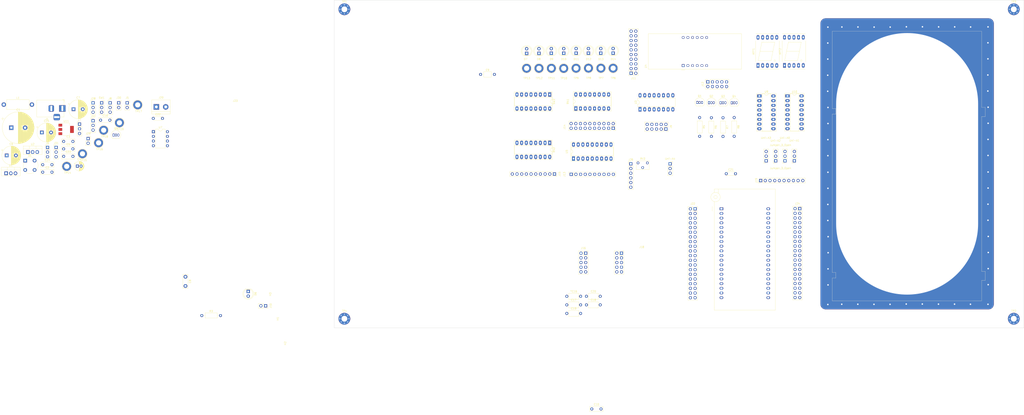
<source format=kicad_pcb>
(kicad_pcb (version 20211014) (generator pcbnew)
  (layers (0 "F.Cu" signal) (31 "B.Cu" signal) (34 "B.Paste" user) (35 "F.Paste" user) (36 "B.SilkS" user "B.Silkscreen") (37 "F.SilkS" user "F.Silkscreen") (38 "B.Mask" user) (39 "F.Mask" user) (44 "Edge.Cuts" user))
  (net 0 "")
  (net 1 "Net-(AFF1-Pad1)")
  (net 2 "Net-(AFF1-Pad2)")
  (net 3 "Net-(AFF1-Pad4)")
  (net 5 "Net-(AFF1-Pad6)")
  (net 6 "Net-(AFF1-Pad7)")
  (net 8 "Net-(AFF1-Pad9)")
  (net 9 "Net-(AFF1-Pad10)")
  (net 10 "Net-(AFF2-Pad1)")
  (net 11 "Net-(AFF2-Pad2)")
  (net 12 "Net-(AFF2-Pad4)")
  (net 14 "Net-(AFF2-Pad6)")
  (net 15 "Net-(AFF2-Pad7)")
  (net 17 "Net-(AFF2-Pad9)")
  (net 18 "Net-(AFF2-Pad10)")
  (net 19 "VCC")
  (net 20 "Net-(D1-Pad1)")
  (net 21 "Net-(D1-Pad3)")
  (net 22 "Net-(D1-Pad4)")
  (net 23 "Net-(D6-Pad2)")
  (net 24 "Net-(D7-Pad1)")
  (net 25 "Net-(D8-Pad1)")
  (net 26 "Net-(D9-Pad1)")
  (net 27 "Net-(D10-Pad1)")
  (net 28 "Net-(D11-Pad1)")
  (net 29 "Net-(D12-Pad1)")
  (net 30 "Net-(D13-Pad1)")
  (net 31 "Net-(D14-Pad1)")
  (net 32 "Net-(J4-Pad2)")
  (net 33 "Net-(J13-Pad9)")
  (net 34 "Net-(J13-Pad2)")
  (net 35 "Net-(J13-Pad3)")
  (net 36 "Net-(J13-Pad4)")
  (net 37 "Net-(J13-Pad5)")
  (net 38 "Net-(J13-Pad6)")
  (net 39 "Net-(J13-Pad7)")
  (net 40 "Net-(J13-Pad8)")
  (net 41 "Net-(J19-Pad1)")
  (net 42 "Net-(J19-Pad2)")
  (net 43 "Net-(J19-Pad3)")
  (net 44 "Net-(J19-Pad4)")
  (net 45 "Net-(J19-Pad5)")
  (net 46 "Net-(J19-Pad6)")
  (net 47 "Net-(J19-Pad7)")
  (net 48 "Net-(J19-Pad8)")
  (net 49 "Net-(J19-Pad9)")
  (net 50 "Net-(J19-Pad10)")
  (net 51 "Net-(Q1-Pad2)")
  (net 52 "Net-(Q2-Pad2)")
  (net 53 "Net-(Q3-Pad2)")
  (net 54 "Net-(Q4-Pad2)")
  (net 55 "Net-(J9-Pad5)")
  (net 56 "Net-(J9-Pad4)")
  (net 57 "Net-(J9-Pad3)")
  (net 58 "Net-(J9-Pad2)")
  (net 59 "Net-(J14-Pad12)")
  (net 60 "Net-(J14-Pad13)")
  (net 61 "Net-(J14-Pad14)")
  (net 62 "Net-(J14-Pad15)")
  (net 63 "Net-(J14-Pad16)")
  (net 64 "Net-(J14-Pad17)")
  (net 65 "Net-(J14-Pad18)")
  (net 66 "Net-(J14-Pad19)")
  (net 67 "Net-(J15-Pad2)")
  (net 68 "Net-(J15-Pad3)")
  (net 69 "Net-(J15-Pad4)")
  (net 70 "Net-(J15-Pad5)")
  (net 71 "Net-(J15-Pad6)")
  (net 72 "Net-(J15-Pad7)")
  (net 73 "Net-(J15-Pad8)")
  (net 75 "Net-(C4-Pad1)")
  (net 76 "/Alimentazione/+Vvar")
  (net 77 "Net-(J11-Pad16)")
  (net 78 "Net-(J11-Pad13)")
  (net 79 "Net-(J11-Pad14)")
  (net 80 "Net-(J12-Pad8)")
  (net 81 "Net-(J11-Pad20)")
  (net 82 "Net-(J14-Pad10)")
  (net 83 "Net-(J14-Pad3)")
  (net 84 "Net-(J14-Pad4)")
  (net 85 "Net-(J14-Pad5)")
  (net 86 "Net-(J14-Pad6)")
  (net 87 "Net-(J14-Pad7)")
  (net 88 "Net-(J14-Pad8)")
  (net 89 "Net-(J14-Pad9)")
  (net 90 "Net-(RV3-Pad2)")
  (net 91 "/Gen_Clock/Clock")
  (net 93 "Net-(C15-Pad1)")
  (net 94 "Net-(R15-Pad2)")
  (net 95 "Net-(J26-Pad4)")
  (net 96 "Net-(R16-Pad2)")
  (net 98 "Net-(U10-Pad5)")
  (net 99 "GNDA")
  (net 100 "Net-(J23-Pad21)")
  (net 101 "Net-(J23-Pad22)")
  (net 102 "Net-(J23-Pad23)")
  (net 103 "Net-(J23-Pad24)")
  (net 104 "Net-(J23-Pad25)")
  (net 105 "Net-(J23-Pad26)")
  (net 106 "Net-(J23-Pad27)")
  (net 107 "Net-(J23-Pad28)")
  (net 108 "Net-(J23-Pad29)")
  (net 109 "Net-(J23-Pad30)")
  (net 110 "Net-(J23-Pad31)")
  (net 111 "Net-(J23-Pad32)")
  (net 112 "Net-(J23-Pad33)")
  (net 113 "Net-(J23-Pad34)")
  (net 114 "Net-(J23-Pad35)")
  (net 115 "Net-(J23-Pad36)")
  (net 116 "Net-(J23-Pad37)")
  (net 117 "Net-(J23-Pad38)")
  (net 118 "Net-(J23-Pad39)")
  (net 119 "Net-(J23-Pad40)")
  (net 120 "Net-(J9-Pad6)")
  (net 121 "Net-(J9-Pad7)")
  (net 122 "Net-(J9-Pad8)")
  (net 123 "Net-(J9-Pad9)")
  (net 124 "Net-(J9-Pad10)")
  (net 125 "/Pulse_2/Pulse+")
  (net 126 "/Pulse_2/Pulse-")
  (net 127 "/Gen_fronti/OUT+")
  (net 128 "/Gen_fronti/OUT-")
  (net 129 "Net-(J12-Pad6)")
  (net 130 "Net-(U9-Pad5)")
  (net 134 "Net-(C17-Pad1)")
  (net 135 "Net-(C18-Pad1)")
  (net 136 "Net-(C19-Pad1)")
  (net 137 "Net-(J12-Pad10)")
  (net 138 "GND")
  (net 139 "Net-(J11-Pad1)")
  (net 140 "Net-(J11-Pad2)")
  (net 141 "Net-(J11-Pad3)")
  (net 142 "Net-(J11-Pad4)")
  (net 143 "Net-(J11-Pad5)")
  (net 144 "Net-(J11-Pad6)")
  (net 145 "Net-(J11-Pad7)")
  (net 146 "Net-(J11-Pad11)")
  (net 147 "Net-(J11-Pad8)")
  (net 148 "Net-(J11-Pad9)")
  (net 149 "Net-(J11-Pad10)")
  (net 150 "Net-(J11-Pad12)")
  (net 155 "Net-(C2-Pad1)")
  (net 156 "Net-(J14-Pad11)")
  (net 157 "Net-(C20-Pad1)")
  (net 158 "Net-(J12-Pad3)")
  (net 159 "Net-(J12-Pad4)")
  (net 160 "Net-(J12-Pad5)")
  (net 161 "Net-(J12-Pad7)")
  (net 162 "Net-(J12-Pad9)")
  (net 163 "Net-(U10-Pad1)")
  (net 164 "Net-(U10-Pad2)")
  (net 165 "Net-(U10-Pad6)")
  (net 166 "Net-(U10-Pad7)")
  (net 167 "Net-(C5-Pad1)")
  (net 168 "Net-(C7-Pad1)")
  (net 169 "Net-(C24-Pad1)")
  (net 170 "Net-(Q5-Pad2)")
  (net 171 "Net-(Q5-Pad3)")
  (net 172 "Net-(J15-Pad9)")
  (net 173 "Net-(J22-Pad2)")
  (net 174 "Net-(J22-Pad3)")
  (net 175 "Net-(J22-Pad5)")
  (net 176 "Net-(J22-Pad7)")
  (net 177 "Net-(J22-Pad10)")
  (net 178 "Net-(J22-Pad11)")
  (net 179 "Net-(J22-Pad13)")
  (net 180 "Net-(J22-Pad15)")
  (net 181 "Net-(J22-Pad17)")
  (net 182 "Net-(J22-Pad19)")
  (net 183 "Net-(J22-Pad21)")
  (net 184 "Net-(J22-Pad23)")
  (net 185 "Net-(J22-Pad25)")
  (net 186 "Net-(J22-Pad27)")
  (net 187 "Net-(J22-Pad29)")
  (net 188 "Net-(J22-Pad31)")
  (net 189 "Net-(J22-Pad33)")
  (net 190 "Net-(J22-Pad35)")
  (net 191 "Net-(J22-Pad37)")
  (net 192 "Net-(J22-Pad40)")
  (footprint "Package_TO_SOT_THT:TO-92_Inline" (layer "F.Cu") (at -119.632466 73.2712)
    (fp_text reference "Q5")
    (fp_text value "2N3904")
  )
  (footprint "LED_THT:LED_D5.0mm" (layer "F.Cu") (at 144.526 28.8494 90)
    (fp_text reference "D13")
    (fp_text value "1")
  )
  (footprint "LED_THT:LED_D5.0mm" (layer "F.Cu") (at 151.2316 28.824 90)
    (fp_text reference "D14")
    (fp_text value "0")
  )
  (footprint "Connector_PinHeader_2.54mm:PinHeader_1x03_P2.54mm_Vertical" (layer "F.Cu") (at -130.792466 65.4912)
    (fp_text reference "J32")
    (fp_text value "Conn_01x03")
  )
  (footprint "MountingHole:MountingHole_3.2mm_M3_Pad_Via" (layer "F.Cu") (at 5.5 173)
    (fp_text reference "TP4")
    (fp_text value "TestPoint")
  )
  (footprint "Package_TO_SOT_THT:TO-92_Inline" (layer "F.Cu") (at 196.9008 55.6094)
    (fp_text reference "Q1")
    (fp_text value "2N3904")
  )
  (footprint "Capacitor_THT:C_Disc_D7.0mm_W2.5mm_P5.00mm" (layer "F.Cu") (at -158.092466 93.4212)
    (fp_text reference "C2")
    (fp_text value "100nF")
  )
  (footprint "Package_TO_SOT_THT:TO-92_Inline" (layer "F.Cu") (at 215.5952 55.7574)
    (fp_text reference "Q4")
    (fp_text value "2N3904")
  )
  (footprint "Display_7Segment:CA56-12EWA" (layer "F.Cu") (at 189.23 35.56 90)
    (fp_text reference "U4")
    (fp_text value "CC56-12EWA")
  )
  (footprint "TestPoint:TestPoint_Loop_D3.80mm_Drill2.8mm" (layer "F.Cu") (at 104.3178 37.0282)
    (fp_text reference "TP13")
    (fp_text value "Bit7")
  )
  (footprint "Resistor_THT:R_Axial_DIN0207_L6.3mm_D2.5mm_P10.16mm_Horizontal" (layer "F.Cu") (at 204.5208 63.8556 -90)
    (fp_text reference "R6")
    (fp_text value "R")
  )
  (footprint "MountingHole:MountingHole_3.2mm_M3_Pad_Via" (layer "F.Cu") (at 5.5 5)
    (fp_text reference "TP1")
    (fp_text value "TestPoint")
  )
  (footprint "Connector_PinHeader_2.54mm:PinHeader_1x06_P2.54mm_Vertical" (layer "F.Cu") (at 160.8074 88.9)
    (fp_text reference "J26")
    (fp_text value "Conn_01x06_Female")
  )
  (footprint "Resistor_THT:R_Axial_DIN0207_L6.3mm_D2.5mm_P10.16mm_Horizontal" (layer "F.Cu") (at -71.8354 171.2764)
    (fp_text reference "R3")
    (fp_text value "330")
  )
  (footprint "Connector_PinSocket_2.54mm:PinSocket_1x03_P2.54mm_Vertical" (layer "F.Cu") (at 239.3696 87.2744 180)
    (fp_text reference "Uni-A2")
    (fp_text value "Jumper_3_Open")
  )
  (footprint "LED_THT:LED_D5.0mm" (layer "F.Cu") (at 117.729 28.8798 90)
    (fp_text reference "D9")
    (fp_text value "5")
  )
  (footprint "Capacitor_THT:CP_Radial_D10.0mm_P5.00mm" (layer "F.Cu") (at -158.57782 71.8712)
    (fp_text reference "C25")
    (fp_text value "220uF")
  )
  (footprint "Connector_PinSocket_2.54mm:PinSocket_2x05_P2.54mm_Vertical" (layer "F.Cu") (at 155.765 137.409)
    (fp_text reference "J18")
    (fp_text value "Conn_02x05_Counter_Clockwise")
  )
  (footprint "Resistor_THT:R_Axial_DIN0207_L6.3mm_D2.5mm_P10.16mm_Horizontal" (layer "F.Cu") (at 216.8906 63.7794 -90)
    (fp_text reference "R8")
    (fp_text value "R")
  )
  (footprint "Connector_PinHeader_2.54mm:PinHeader_1x03_P2.54mm_Vertical" (layer "F.Cu") (at -155.482466 79.9712)
    (fp_text reference "J6")
    (fp_text value "Conn_01x03")
  )
  (footprint "Connector_PinSocket_2.54mm:PinSocket_1x02_P2.54mm_Vertical" (layer "F.Cu") (at -112.292466 55.7912)
    (fp_text reference "J5")
    (fp_text value "Conn_01x02_Male")
  )
  (footprint "TestPoint:TestPoint_Loop_D3.80mm_Drill2.8mm" (layer "F.Cu") (at -106.592466 56.8912)
    (fp_text reference "TP17")
    (fp_text value "3.3VA+")
  )
  (footprint "TestPoint:TestPoint_Loop_D3.80mm_Drill2.8mm" (layer "F.Cu") (at -136.532466 83.4412)
    (fp_text reference "TP15")
    (fp_text value "VarA-")
  )
  (footprint "Capacitor_THT:C_Axial_L3.8mm_D2.6mm_P7.50mm_Horizontal" (layer "F.Cu") (at 79.35 40.35)
    (fp_text reference "C9")
    (fp_text value "100nF")
  )
  (footprint "TestPoint:TestPoint_Loop_D3.80mm_Drill2.8mm" (layer "F.Cu") (at 137.8712 36.957)
    (fp_text reference "TP8")
    (fp_text value "Bit2")
  )
  (footprint "TestPoint:TestPoint_Loop_D3.80mm_Drill2.8mm" (layer "F.Cu") (at 111.0234 37.0282)
    (fp_text reference "TP12")
    (fp_text value "Bit6")
  )
  (footprint "Capacitor_THT:C_Disc_D7.0mm_W2.5mm_P5.00mm" (layer "F.Cu") (at -146.732466 80.7912)
    (fp_text reference "C5")
    (fp_text value "100nF")
  )
  (footprint "Capacitor_THT:CP_Radial_D10.0mm_P5.00mm" (layer "F.Cu") (at -177.62782 84.3412)
    (fp_text reference "C6")
    (fp_text value "220uF")
  )
  (footprint "MountingHole:MountingHole_3.2mm_M3_Pad_Via" (layer "F.Cu") (at 368.5 5)
    (fp_text reference "TP3")
    (fp_text value "TestPoint")
  )
  (footprint "Package_DIP:DIP-16_W7.62mm_Socket_LongPads" (layer "F.Cu") (at 116.85 51.2672 -90)
    (fp_text reference "SW2")
    (fp_text value "SW_DIP_x08")
  )
  (footprint "Connector_PinHeader_2.54mm:PinHeader_1x03_P2.54mm_Vertical" (layer "F.Cu") (at -138.132466 67.3412)
    (fp_text reference "J7")
    (fp_text value "Conn_01x03")
  )
  (footprint "MountingHole:MountingHole_3.2mm_M3_Pad_Via" (layer "F.Cu") (at 368.5 173)
    (fp_text reference "TP2")
    (fp_text value "TestPoint")
  )
  (footprint "Capacitor_THT:C_Disc_D4.3mm_W1.9mm_P5.00mm" (layer "F.Cu") (at 212.598 94.2594)
    (fp_text reference "C21")
    (fp_text value "100n")
  )
  (footprint "Capacitor_THT:C_Axial_L5.1mm_D3.1mm_P7.50mm_Horizontal" (layer "F.Cu") (at 136.7532 160.8232)
    (fp_text reference "C20")
    (fp_text value "3,3uF")
  )
  (footprint "Capacitor_THT:C_Axial_L5.1mm_D3.1mm_P7.50mm_Horizontal" (layer "F.Cu") (at 136.7532 165.4732)
    (fp_text reference "C18")
    (fp_text value "33nF")
  )
  (footprint "Capacitor_THT:CP_Radial_D5.0mm_P2.00mm" (layer "F.Cu") (at -139.292691 90.1412)
    (fp_text reference "C4")
    (fp_text value "10uF")
  )
  (footprint "Package_DIP:DIP-8_W7.62mm" (layer "F.Cu") (at -98.082466 71.4412)
    (fp_text reference "U7")
    (fp_text value "NE555P")
  )
  (footprint "MountingHole:MountingHole_3.2mm_M3" (layer "F.Cu") (at -34.8348 172.999 -90)
    (fp_text reference "H1")
    (fp_text value "MountingHole")
  )
  (footprint "Package_DIP:DIP-16_W7.62mm_Socket_LongPads" (layer "F.Cu") (at 131.0032 58.8676 90)
    (fp_text reference "RN1")
    (fp_text value "Resistor Array")
  )
  (footprint "Capacitor_THT:C_Disc_D7.0mm_W2.5mm_P5.00mm" (layer "F.Cu") (at -146.732466 76.7412)
    (fp_text reference "C3")
    (fp_text value "100nF")
  )
  (footprint "Capacitor_THT:C_Disc_D7.0mm_W2.5mm_P5.00mm" (layer "F.Cu") (at 139.6638 221.996)
    (fp_text reference "C10")
    (fp_text value "100nF")
  )
  (footprint "Package_DIP:DIP-16_W7.62mm_Socket_LongPads" (layer "F.Cu") (at 116.85 77.5054 -90)
    (fp_text reference "RN2")
    (fp_text value "10K")
  )
  (footprint "Package_DIP:DIP-16_W7.62mm_Socket_LongPads" (layer "F.Cu") (at 245.7804 52.0346)
    (fp_text reference "U10")
    (fp_text value "9368")
  )
  (footprint "Connector_PinSocket_2.54mm:PinSocket_2x05_P2.54mm_Vertical" (layer "F.Cu") (at 179.8528 70.0224 -90)
    (fp_text reference "J9")
    (fp_text value "Conn_02x05_Counter_Clockwise")
  )
  (footprint "LED_THT:LED_D5.0mm" (layer "F.Cu") (at 137.8458 28.8494 90)
    (fp_text reference "D12")
    (fp_text value "2")
  )
  (footprint "Capacitor_THT:C_Disc_D7.0mm_W2.5mm_P5.00mm" (layer "F.Cu") (at -126.692466 65.1912)
    (fp_text reference "C16")
    (fp_text value "100nF")
  )
  (footprint "LED_THT:LED_D5.0mm" (layer "F.Cu") (at 104.3178 28.951 90)
    (fp_text reference "D7")
    (fp_text value "7")
  )
  (footprint "TestPoint:TestPoint_Loop_D3.80mm_Drill2.8mm" (layer "F.Cu") (at 131.1402 37.0028)
    (fp_text reference "TP9")
    (fp_text value "Bit3")
  )
  (footprint "Capacitor_THT:CP_Radial_D17.0mm_P7.50mm" (layer "F.Cu") (at -175.133 69.2912)
    (fp_text reference "C1")
    (fp_text value "1000uF")
  )
  (footprint "Connector_PinHeader_2.54mm:PinHeader_1x03_P2.54mm_Vertical" (layer "F.Cu") (at -130.792466 55.7912)
    (fp_text reference "J28")
    (fp_text value "Conn_01x03")
  )
  (footprint "TestPoint:TestPoint_Loop_D3.80mm_Drill2.8mm" (layer "F.Cu") (at 124.4346 37.079)
    (fp_text reference "TP10")
    (fp_text value "Bit4")
  )
  (footprint "Display_7Segment:7SegmentLED_LTS6760_LTS6780" (layer "F.Cu") (at 244.1802 35.4584 90)
    (fp_text reference "AFF2")
    (fp_text value "LTS-6980HR")
  )
  (footprint "TestPoint:TestPoint_Loop_D3.80mm_Drill2.8mm" (layer "F.Cu") (at -145.082466 90.2912)
    (fp_text reference "TP14")
    (fp_text value "VarA+")
  )
  (footprint "TerminalBlock:TerminalBlock_bornier-2_P5.08mm" (layer "F.Cu") (at -96.472466 57.9912)
    (fp_text reference "J20")
    (fp_text value "Screw_Terminal_01x02")
  )
  (footprint "Package_TO_SOT_THT:TO-92_Inline" (layer "F.Cu") (at 209.55 55.732)
    (fp_text reference "Q3")
    (fp_text value "2N3904")
  )
  (footprint "Breadboard:BreadBoard 81x146" (layer "F.Cu") (at 311.658 88.9)
    (fp_text reference "TP5")
    (fp_text value "TestPoint")
    (fp_line (start -41.63 -26.961) (end -41.63 59.039) (layer "Edge.Cuts") (width 0.12))
    (fp_line (start -41.63 -26.961) (end -39.63 -26.961) (layer "Edge.Cuts") (width 0.12))
    (fp_line (start 39.37 74.3438) (end -41.6306 74.3712) (layer "Edge.Cuts") (width 0.12))
    (fp_line (start -41.63 62.039) (end -39.63 62.039) (layer "Edge.Cuts") (width 0.12))
    (fp_line (start 39.37 -30.6562) (end 41.37 -30.6562) (layer "Edge.Cuts") (width 0.12))
    (fp_line (start 39.37 58.3438) (end 39.37 -25.6562) (layer "Edge.Cuts") (width 0.12))
    (fp_line (start -41.63 -30) (end -41.63 -71.961) (layer "Edge.Cuts") (width 0.12))
    (fp_line (start -39.63 -30) (end -39.63 -26.961) (layer "Edge.Cuts") (width 0.12))
    (fp_line (start 39.37 -30.6562) (end 39.37 -71.961) (layer "Edge.Cuts") (width 0.12))
    (fp_line (start 41.37 63.3438) (end 41.37 58.3438) (layer "Edge.Cuts") (width 0.12))
    (fp_line (start 41.37 -25.6562) (end 41.37 -30.6562) (layer "Edge.Cuts") (width 0.12))
    (fp_line (start 39.37 58.3438) (end 41.37 58.3438) (layer "Edge.Cuts") (width 0.12))
    (fp_line (start -41.63 -71.961) (end 39.37 -71.961) (layer "Edge.Cuts") (width 0.12))
    (fp_line (start 39.37 63.3438) (end 39.37 74.3438) (layer "Edge.Cuts") (width 0.12))
    (fp_line (start 41.37 -25.6562) (end 39.37 -25.6562) (layer "Edge.Cuts") (width 0.12))
    (fp_line (start 39.37 63.3438) (end 41.37 63.3438) (layer "Edge.Cuts") (width 0.12))
    (fp_line (start -39.63 59.039) (end -39.63 62.039) (layer "Edge.Cuts") (width 0.12))
    (fp_line (start -41.63 -30) (end -39.63 -30) (layer "Edge.Cuts") (width 0.12))
    (fp_line (start -39.63 59.039) (end -41.63 59.039) (layer "Edge.Cuts") (width 0.12))
    (fp_line (start -41.63 62.039) (end -41.6306 74.3712) (layer "Edge.Cuts") (width 0.12))
  )
  (footprint "Resistor_THT:R_Axial_DIN0207_L6.3mm_D2.5mm_P10.16mm_Horizontal" (layer "F.Cu") (at 198.1454 63.7794 -90)
    (fp_text reference "R5")
    (fp_text value "R")
  )
  (footprint "Connector_PinSocket_2.54mm:PinSocket_1x02_P2.54mm_Vertical" (layer "F.Cu") (at -133.482466 75.1912)
    (fp_text reference "J29")
    (fp_text value "Conn_01x02_Male")
  )
  (footprint "LED_THT:LED_D5.0mm" (layer "F.Cu") (at -46.6348 158.189 -90)
    (fp_text reference "D6")
    (fp_text value "LED_ALT")
  )
  (footprint "Connector_PinHeader_2.54mm:PinHeader_1x03_P2.54mm_Vertical" (layer "F.Cu") (at -121.542466 55.7912)
    (fp_text reference "J8")
    (fp_text value "Conn_01x03")
  )
  (footprint "Package_TO_SOT_SMD:SOT-223" (layer "F.Cu") (at -145.382466 70.2212)
    (fp_text reference "U11")
    (fp_text value "L78L33_SOT89")
  )
  (footprint "TestPoint:TestPoint_Loop_D3.80mm_Drill2.8mm" (layer "F.Cu") (at 117.7544 37.0282)
    (fp_text reference "TP11")
    (fp_text value "Bit5")
  )
  (footprint "TestPoint:TestPoint_Loop_D3.80mm_Drill2.8mm" (layer "F.Cu") (at -127.782466 77.4912)
    (fp_text reference "TP16")
    (fp_text value "5VA+")
  )
  (footprint "Connector_PinSocket_2.54mm:PinSocket_1x10_P2.54mm_Vertical" (layer "F.Cu") (at 128.5032 94.59 90)
    (fp_text reference "J13")
    (fp_text value "GND 0  1  2  3  4  5  6  7  +5V")
  )
  (footprint "TestPoint:TestPoint_Loop_D3.80mm_Drill2.8mm" (layer "F.Cu") (at 144.6022 36.9774)
    (fp_text reference "TP7")
    (fp_text value "Bit1")
  )
  (footprint "Capacitor_THT:C_Disc_D4.3mm_W1.9mm_P5.00mm" (layer "F.Cu") (at -98.132466 64.2412)
    (fp_text reference "C22")
    (fp_text value "100n")
  )
  (footprint "Capacitor_THT:C_Axial_L5.1mm_D3.1mm_P7.50mm_Horizontal" (layer "F.Cu") (at 126.1032 165.4732)
    (fp_text reference "C17")
    (fp_text value "3,3nF")
  )
  (footprint "MountingHole:MountingHole_3.2mm_M3" (layer "F.Cu") (at -38.8848 159.689 -90)
    (fp_text reference "H3")
    (fp_text value "MountingHole")
  )
  (footprint "Capacitor_THT:C_Disc_D7.0mm_W2.5mm_P5.00mm" (layer "F.Cu") (at -146.732466 84.8412)
    (fp_text reference "C23")
    (fp_text value "100nF")
  )
  (footprint "Package_DIP:DIP-16_W7.62mm_Socket_LongPads" (layer "F.Cu") (at 230.5404 52.06)
    (fp_text reference "U9")
    (fp_text value "9368")
  )
  (footprint "LED_THT:LED_D5.0mm" (layer "F.Cu") (at 131.1656 28.8494 90)
    (fp_text reference "D11")
    (fp_text value "3")
  )
  (footprint "TestPoint:TestPoint_Loop_D3.80mm_Drill2.8mm" (layer "F.Cu") (at 151.2316 36.9824)
    (fp_text reference "TP6")
    (fp_text value "Bit0")
  )
  (footprint "TestPoint:TestPoint_Loop_D3.80mm_Drill2.8mm" (layer "F.Cu") (at -116.492466 66.5912)
    (fp_text reference "TP19")
    (fp_text value "3.3VA-")
  )
  (footprint "Connector_PinSocket_2.54mm:PinSocket_1x03_P2.54mm_Vertical" (layer "F.Cu") (at 234.2336 87.2744 180)
    (fp_text reference "Uni-A3")
    (fp_text value "Jumper_3_Open" hide)
  )
  (footprint "Package_DIP:DIP-16_W7.62mm_LongPads" (layer "F.Cu") (at 165.8266 59.3244 90)
    (fp_text reference "U3")
    (fp_text value "DM9368")
  )
  (footprint "Connector_PinSocket_2.54mm:PinSocket_1x03_P2.54mm_Vertical" (layer "F.Cu") (at -126.142466 55.7912)
    (fp_text reference "SW1")
    (fp_text value "SwGenerale")
  )
  (footprint "Connector_PinHeader_2.54mm:PinHeader_1x10_P2.54mm_Vertical" (layer "F.Cu") (at 231.2212 97.9932 90)
    (fp_text reference "J19")
    (fp_text value "Conn_01x10_Female")
  )
  (footprint "Connector_PinSocket_2.54mm:PinSocket_2x20_P2.54mm_Vertical" (layer "F.Cu") (at 252.4252 113.2332)
    (fp_text reference "J24")
    (fp_text value "Conn_02x20_Counter_Clockwise")
  )
  (footprint "Connector_PinSocket_2.54mm:PinSocket_1x10_P2.54mm_Vertical" (layer "F.Cu") (at 119.4308 94.4376 -90)
    (fp_text reference "J15")
    (fp_text value "GND 0  1  2  3  4  5  6  7 +5V")
  )
  (footprint "Package_TO_SOT_THT:TO-92_Inline" (layer "F.Cu") (at 203.2508 55.7066)
    (fp_text reference "Q2")
    (fp_text value "2N3904")
  )
  (footprint "Resistor_THT:R_Axial_DIN0207_L6.3mm_D2.5mm_P10.16mm_Horizontal" (layer "F.Cu") (at 210.82 63.881 -90)
    (fp_text reference "R7")
    (fp_text value "R")
  )
  (footprint "Connector_PinSocket_2.54mm:PinSocket_2x10_P2.54mm_Vertical" (layer "F.Cu") (at 160.9852 39.7256 180)
    (fp_text reference "J11")
    (fp_text value "Conn_02x10_Counter_Clockwise")
  )
  (footprint "Connector_PinSocket_2.54mm:PinSocket_1x03_P2.54mm_Vertical" (layer "F.Cu") (at 182.1274 88.9)
    (fp_text reference "Uni-A4")
    (fp_text value "Jumper_3_Open")
  )
  (footprint "Connector_PinSocket_2.54mm:PinSocket_1x02_P2.54mm_Vertical" (layer "F.Cu") (at -37.2348 165.989 -90)
    (fp_text reference "J10")
    (fp_text value "Conn_01x02_Female")
  )
  (footprint "LED_THT:LED_D5.0mm" (layer "F.Cu") (at 111.0234 28.9256 90)
    (fp_text reference "D8")
    (fp_text value "6")
  )
  (footprint "Capacitor_THT:CP_Radial_D10.0mm_P5.00mm" (layer "F.Cu") (at -141.38782 59.2412)
    (fp_text reference "C7")
    (fp_text value "220uF")
  )
  (footprint "TestPoint:TestPoint_Loop_D3.80mm_Drill2.8mm" (layer "F.Cu") (at -125.042466 70.6412)
    (fp_text reference "TP18")
    (fp_text value "5VA-")
  )
  (footprint "Connector_PinSocket_2.54mm:PinSocket_2x05_P2.54mm_Vertical" (layer "F.Cu") (at 202.5696 44.4046 90)
    (fp_text reference "J12")
    (fp_text value "Conn_02x05_Counter_Clockwise")
  )
  (footprint "Diode_THT:Diode_Bridge_Round_D8.9mm" (layer "F.Cu") (at -167.582466 87.1612)
    (fp_text reference "D1")
    (fp_text value "Ponte 1,5A")
  )
  (footprint "Package_TO_SOT_THT:TO-220-3_Vertical" (layer "F.Cu") (at -166.122466 82.4912)
    (fp_text reference "U2")
    (fp_text value "LM7805_TO220")
  )
  (footprint "Inductor_THT:L_Axial_L12.0mm_D5.0mm_P15.24mm_Horizontal_Fastron_MISC" (layer "F.Cu") (at -179.192466 56.7412)
    (fp_text reference "L1")
    (fp_text value "L")
  )
  (footprint "Package_TO_SOT_THT:TO-220-3_Vertical" (layer "F.Cu") (at -177.932466 94.0412)
    (fp_text reference "U1")
    (fp_text value "LM317_TO-220")
  )
  (footprint "Capacitor_THT:C_Disc_D7.5mm_W2.5mm_P5.00mm" (layer "F.Cu") (at -80.6848 150.219 -90)
    (fp_text reference "C8")
    (fp_text value "100nF")
  )
  (footprint "Capacitor_THT:C_Axial_L5.1mm_D3.1mm_P7.50mm_Horizontal" (layer "F.Cu") (at 126.1032 170.1232)
    (fp_text reference "C19")
    (fp_text value "330nF")
  )
  (footprint "Connector_PinSocket_2.54mm:PinSocket_1x03_P2.54mm_Vertical" (layer "F.Cu") (at 244.4242 87.2744 180)
    (fp_text reference "Uni-A0")
    (fp_text value "Jumper_3_Open")
  )
  (footprint "Capacitor_THT:C_Disc_D7.0mm_W2.5mm_P5.00mm" (layer "F.Cu") (at -158.092466 89.3712)
    (fp_text reference "C24")
    (fp_text value "100nF")
  )
  (footprint "Connector_PinHeader_2.54mm:PinHeader_1x03_P2.54mm_Vertical" (layer "F.Cu") (at -150.832466 79.9712)
    (fp_text reference "J31")
    (fp_text value "Conn_01x03")
  )
  (footprint "LED_THT:LED_D5.0mm" (layer "F.Cu") (at 124.429894 28.8732 90)
    (fp_text reference "D10")
    (fp_text value "4")
  )
  (footprint "Capacitor_THT:C_Axial_L5.1mm_D3.1mm_P7.50mm_Horizontal" (layer "F.Cu") (at 126.1032 160.8232)
    (fp_text reference "*C16")
    (fp_text value "330pF")
  )
  (footprint "Connector_PinSocket_2.54mm:PinSocket_1x02_P2.54mm_Vertical" (layer "F.Cu") (at -116.892466 55.7912)
    (fp_text reference "J30")
    (fp_text value "Conn_01x02_Male")
  )
  (footprint "Connector_PinSocket_2.54mm:PinSocket_2x20_P2.54mm_Vertical" (layer "F.Cu") (at 195.6816 113.3348)
    (fp_text reference "J22")
    (fp_text value "Conn_02x20_Counter_Clockwise")
  )
  (footprint "Potentiometer_THT:Potentiometer_Bourns_3266W_Vertical" (layer "F.Cu") (at 169.8074 88.4)
    (fp_text reference "RV3")
    (fp_text value "220K")
  )
  (footprint "Connector_PinSocket_2.54mm:PinSocket_2x10_P2.54mm_Vertical" (layer "F.Cu") (at 151.3032 69.591 -90)
    (fp_text reference "J14")
    (fp_text value "8Bit Jumper")
  )
  (footprint "Package_DIP:DIP-18_W7.62mm_Socket_LongPads" (layer "F.Cu") (at 129.7532 86.0556 90)
    (fp_text reference "U5")
    (fp_text value "ULN2803A")
  )
  (footprint "Socket:DIP_Socket-40_W22.1_W22.86_W25.4_W27.94_W28.7_3M_240-3639-00-0602J" (layer "F.Cu") (at 209.9623 113.2968)
    (fp_text reference "J23")
    (fp_text value "Conn_02x20_Counter_Clockwise")
  )
  (footprint "Connector_BarrelJack:BarrelJack_Horizontal" (layer "F.Cu") (at -147.452466 58.8262)
    (fp_text reference "J4")
    (fp_text value "Barrel_Jack_MountingPin")
  )
  (footprint "MountingHole:MountingHole_3.2mm_M3" (layer "F.Cu") (at -30.7848 186.309 -90)
    (fp_text reference "H2")
    (fp_text value "MountingHole")
  )
  (footprint "Display_7Segment:7SegmentLED_LTS6760_LTS6780" (layer "F.Cu") (at 229.7938 35.4838 90)
    (fp_text reference "AFF1")
    (fp_text value "LTS-6980HR")
  )
  (footprint "Connector_PinSocket_2.54mm:PinSocket_2x05_P2.54mm_Vertical" (layer "F.Cu") (at 136.345 137.409)
    (fp_text reference "J16")
    (fp_text value "Conn_02x05_Counter_Clockwise")
  )
  (footprint "Connector_PinSocket_2.54mm:PinSocket_1x03_P2.54mm_Vertical" (layer "F.Cu") (at 249.5296 87.2744 180)
    (fp_text reference "Uni-A1")
    (fp_text value "Jumper_3_Open" hide)
  )
  (gr_rect (start 0 0) (end 374 178) (layer "Edge.Cuts") (width 0.1) (fill none))
)
</source>
